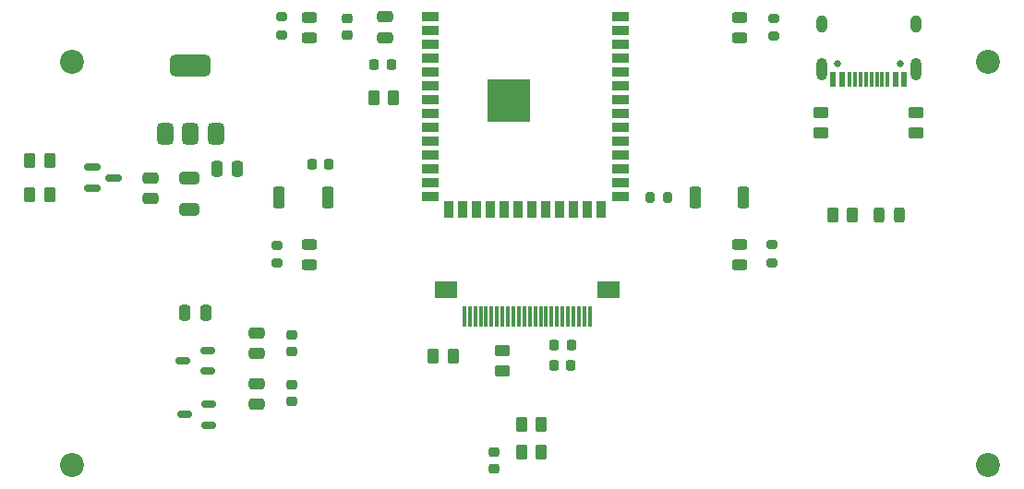
<source format=gbr>
%TF.GenerationSoftware,KiCad,Pcbnew,9.0.7*%
%TF.CreationDate,2026-02-16T21:50:05-05:00*%
%TF.ProjectId,Primis_FaceTracker,5072696d-6973-45f4-9661-636554726163,rev?*%
%TF.SameCoordinates,Original*%
%TF.FileFunction,Soldermask,Top*%
%TF.FilePolarity,Negative*%
%FSLAX46Y46*%
G04 Gerber Fmt 4.6, Leading zero omitted, Abs format (unit mm)*
G04 Created by KiCad (PCBNEW 9.0.7) date 2026-02-16 21:50:05*
%MOMM*%
%LPD*%
G01*
G04 APERTURE LIST*
G04 Aperture macros list*
%AMRoundRect*
0 Rectangle with rounded corners*
0 $1 Rounding radius*
0 $2 $3 $4 $5 $6 $7 $8 $9 X,Y pos of 4 corners*
0 Add a 4 corners polygon primitive as box body*
4,1,4,$2,$3,$4,$5,$6,$7,$8,$9,$2,$3,0*
0 Add four circle primitives for the rounded corners*
1,1,$1+$1,$2,$3*
1,1,$1+$1,$4,$5*
1,1,$1+$1,$6,$7*
1,1,$1+$1,$8,$9*
0 Add four rect primitives between the rounded corners*
20,1,$1+$1,$2,$3,$4,$5,0*
20,1,$1+$1,$4,$5,$6,$7,0*
20,1,$1+$1,$6,$7,$8,$9,0*
20,1,$1+$1,$8,$9,$2,$3,0*%
G04 Aperture macros list end*
%ADD10RoundRect,0.250000X-0.262500X-0.450000X0.262500X-0.450000X0.262500X0.450000X-0.262500X0.450000X0*%
%ADD11RoundRect,0.250000X0.262500X0.450000X-0.262500X0.450000X-0.262500X-0.450000X0.262500X-0.450000X0*%
%ADD12C,0.650000*%
%ADD13R,0.600000X1.450000*%
%ADD14R,0.300000X1.450000*%
%ADD15O,1.000000X2.100000*%
%ADD16O,1.000000X1.600000*%
%ADD17RoundRect,0.225000X0.250000X-0.225000X0.250000X0.225000X-0.250000X0.225000X-0.250000X-0.225000X0*%
%ADD18RoundRect,0.250000X-0.650000X0.325000X-0.650000X-0.325000X0.650000X-0.325000X0.650000X0.325000X0*%
%ADD19RoundRect,0.243750X0.456250X-0.243750X0.456250X0.243750X-0.456250X0.243750X-0.456250X-0.243750X0*%
%ADD20C,2.200000*%
%ADD21RoundRect,0.250000X-0.250000X-0.475000X0.250000X-0.475000X0.250000X0.475000X-0.250000X0.475000X0*%
%ADD22RoundRect,0.375000X0.375000X-0.625000X0.375000X0.625000X-0.375000X0.625000X-0.375000X-0.625000X0*%
%ADD23RoundRect,0.500000X1.400000X-0.500000X1.400000X0.500000X-1.400000X0.500000X-1.400000X-0.500000X0*%
%ADD24RoundRect,0.200000X-0.275000X0.200000X-0.275000X-0.200000X0.275000X-0.200000X0.275000X0.200000X0*%
%ADD25RoundRect,0.200000X-0.200000X-0.275000X0.200000X-0.275000X0.200000X0.275000X-0.200000X0.275000X0*%
%ADD26RoundRect,0.225000X-0.225000X-0.250000X0.225000X-0.250000X0.225000X0.250000X-0.225000X0.250000X0*%
%ADD27RoundRect,0.150000X0.512500X0.150000X-0.512500X0.150000X-0.512500X-0.150000X0.512500X-0.150000X0*%
%ADD28RoundRect,0.250000X0.275000X0.750000X-0.275000X0.750000X-0.275000X-0.750000X0.275000X-0.750000X0*%
%ADD29RoundRect,0.243750X0.243750X0.456250X-0.243750X0.456250X-0.243750X-0.456250X0.243750X-0.456250X0*%
%ADD30R,1.500000X0.900000*%
%ADD31R,0.900000X1.500000*%
%ADD32C,0.600000*%
%ADD33R,3.900000X3.900000*%
%ADD34RoundRect,0.150000X-0.587500X-0.150000X0.587500X-0.150000X0.587500X0.150000X-0.587500X0.150000X0*%
%ADD35RoundRect,0.250000X-0.475000X0.250000X-0.475000X-0.250000X0.475000X-0.250000X0.475000X0.250000X0*%
%ADD36RoundRect,0.250000X0.450000X-0.262500X0.450000X0.262500X-0.450000X0.262500X-0.450000X-0.262500X0*%
%ADD37RoundRect,0.250000X-0.275000X-0.750000X0.275000X-0.750000X0.275000X0.750000X-0.275000X0.750000X0*%
%ADD38RoundRect,0.250000X-0.450000X0.262500X-0.450000X-0.262500X0.450000X-0.262500X0.450000X0.262500X0*%
%ADD39RoundRect,0.250000X0.475000X-0.250000X0.475000X0.250000X-0.475000X0.250000X-0.475000X-0.250000X0*%
%ADD40RoundRect,0.050800X-0.150000X-0.900000X0.150000X-0.900000X0.150000X0.900000X-0.150000X0.900000X0*%
%ADD41RoundRect,0.050800X1.000000X-0.750000X1.000000X0.750000X-1.000000X0.750000X-1.000000X-0.750000X0*%
%ADD42RoundRect,0.225000X-0.250000X0.225000X-0.250000X-0.225000X0.250000X-0.225000X0.250000X0.225000X0*%
%ADD43RoundRect,0.225000X0.225000X0.250000X-0.225000X0.250000X-0.225000X-0.250000X0.225000X-0.250000X0*%
G04 APERTURE END LIST*
D10*
%TO.C,R13*%
X154175000Y-107000000D03*
X156000000Y-107000000D03*
%TD*%
D11*
%TO.C,R8*%
X150500000Y-83250000D03*
X148675000Y-83250000D03*
%TD*%
D12*
%TO.C,J1*%
X196960000Y-80150000D03*
X191180000Y-80150000D03*
D13*
X197320000Y-81595000D03*
X196520000Y-81595000D03*
D14*
X195320000Y-81595000D03*
X194320000Y-81595000D03*
X193820000Y-81595000D03*
X192820000Y-81595000D03*
D13*
X191620000Y-81595000D03*
X190820000Y-81595000D03*
X190820000Y-81595000D03*
X191620000Y-81595000D03*
D14*
X192320000Y-81595000D03*
X193320000Y-81595000D03*
X194820000Y-81595000D03*
X195820000Y-81595000D03*
D13*
X196520000Y-81595000D03*
X197320000Y-81595000D03*
D15*
X198390000Y-80680000D03*
D16*
X198390000Y-76500000D03*
D15*
X189750000Y-80680000D03*
D16*
X189750000Y-76500000D03*
%TD*%
D17*
%TO.C,C11*%
X141200000Y-111150000D03*
X141200000Y-109600000D03*
%TD*%
D18*
%TO.C,C5*%
X131800000Y-90600000D03*
X131800000Y-93550000D03*
%TD*%
D10*
%TO.C,R10*%
X117175000Y-92200000D03*
X119000000Y-92200000D03*
%TD*%
D19*
%TO.C,D2*%
X182250000Y-77750000D03*
X182250000Y-75875000D03*
%TD*%
D20*
%TO.C,H4*%
X205000000Y-117000000D03*
%TD*%
D11*
%TO.C,R12*%
X164075000Y-113250000D03*
X162250000Y-113250000D03*
%TD*%
D21*
%TO.C,C8*%
X131400000Y-103000000D03*
X133300000Y-103000000D03*
%TD*%
D22*
%TO.C,U2*%
X129600000Y-86600000D03*
X131900000Y-86600000D03*
D23*
X131900000Y-80300000D03*
D22*
X134200000Y-86600000D03*
%TD*%
D19*
%TO.C,D4*%
X142750000Y-98600000D03*
X142750000Y-96725000D03*
%TD*%
D24*
%TO.C,R2*%
X140250000Y-75850000D03*
X140250000Y-77500000D03*
%TD*%
D25*
%TO.C,R9*%
X174000000Y-92400000D03*
X175650000Y-92400000D03*
%TD*%
D26*
%TO.C,C14*%
X165200000Y-107800000D03*
X166750000Y-107800000D03*
%TD*%
D27*
%TO.C,U3*%
X133462500Y-108350000D03*
X133462500Y-106450000D03*
X131187500Y-107400000D03*
%TD*%
D17*
%TO.C,C12*%
X141200000Y-106550000D03*
X141200000Y-105000000D03*
%TD*%
D28*
%TO.C,Reset*%
X144450000Y-92400000D03*
X140000000Y-92400000D03*
%TD*%
D17*
%TO.C,C3*%
X146250000Y-77500000D03*
X146250000Y-75950000D03*
%TD*%
D29*
%TO.C,D5*%
X196875000Y-94000000D03*
X195000000Y-94000000D03*
%TD*%
D30*
%TO.C,U1*%
X153842500Y-75785000D03*
X153842500Y-77055000D03*
X153842500Y-78325000D03*
X153842500Y-79595000D03*
X153842500Y-80865000D03*
X153842500Y-82135000D03*
X153842500Y-83405000D03*
X153842500Y-84675000D03*
X153842500Y-85945000D03*
X153842500Y-87215000D03*
X153842500Y-88485000D03*
X153842500Y-89755000D03*
X153842500Y-91025000D03*
X153842500Y-92295000D03*
D31*
X155607500Y-93545000D03*
X156877500Y-93545000D03*
X158147500Y-93545000D03*
X159417500Y-93545000D03*
X160687500Y-93545000D03*
X161957500Y-93545000D03*
X163227500Y-93545000D03*
X164497500Y-93545000D03*
X165767500Y-93545000D03*
X167037500Y-93545000D03*
X168307500Y-93545000D03*
X169577500Y-93545000D03*
D30*
X171342500Y-92295000D03*
X171342500Y-91025000D03*
X171342500Y-89755000D03*
X171342500Y-88485000D03*
X171342500Y-87215000D03*
X171342500Y-85945000D03*
X171342500Y-84675000D03*
X171342500Y-83405000D03*
X171342500Y-82135000D03*
X171342500Y-80865000D03*
X171342500Y-79595000D03*
X171342500Y-78325000D03*
X171342500Y-77055000D03*
X171342500Y-75785000D03*
D32*
X159692500Y-82805000D03*
X159692500Y-84205000D03*
X160392500Y-82105000D03*
X160392500Y-83505000D03*
X160392500Y-84905000D03*
X161092500Y-82805000D03*
D33*
X161092500Y-83505000D03*
D32*
X161092500Y-84205000D03*
X161792500Y-82105000D03*
X161792500Y-83505000D03*
X161792500Y-84905000D03*
X162492500Y-82805000D03*
X162492500Y-84205000D03*
%TD*%
D34*
%TO.C,Q1*%
X122925000Y-89650000D03*
X122925000Y-91550000D03*
X124800000Y-90600000D03*
%TD*%
D35*
%TO.C,C1*%
X128200000Y-90600000D03*
X128200000Y-92500000D03*
%TD*%
D36*
%TO.C,R6*%
X198430000Y-86475000D03*
X198430000Y-84650000D03*
%TD*%
D37*
%TO.C,Boot*%
X178150000Y-92400000D03*
X182600000Y-92400000D03*
%TD*%
D19*
%TO.C,D1*%
X142750000Y-77750000D03*
X142750000Y-75875000D03*
%TD*%
D11*
%TO.C,R15*%
X164075000Y-115750000D03*
X162250000Y-115750000D03*
%TD*%
D27*
%TO.C,U5*%
X133600000Y-113300000D03*
X133600000Y-111400000D03*
X131325000Y-112350000D03*
%TD*%
D20*
%TO.C,H2*%
X121000000Y-80000000D03*
%TD*%
D38*
%TO.C,R14*%
X160500000Y-106500000D03*
X160500000Y-108325000D03*
%TD*%
D39*
%TO.C,C2*%
X149750000Y-77750000D03*
X149750000Y-75850000D03*
%TD*%
D24*
%TO.C,R3*%
X185400000Y-75950000D03*
X185400000Y-77600000D03*
%TD*%
D26*
%TO.C,C15*%
X165250000Y-106000000D03*
X166800000Y-106000000D03*
%TD*%
%TO.C,C7*%
X143050000Y-89400000D03*
X144600000Y-89400000D03*
%TD*%
D21*
%TO.C,C4*%
X134300000Y-89800000D03*
X136200000Y-89800000D03*
%TD*%
D19*
%TO.C,D3*%
X182250000Y-98600000D03*
X182250000Y-96725000D03*
%TD*%
D40*
%TO.C,CN2*%
X157000100Y-103318400D03*
X157499900Y-103318400D03*
X158000100Y-103318400D03*
X158499900Y-103318400D03*
X159000100Y-103318400D03*
X159499900Y-103318400D03*
X160000100Y-103318400D03*
X160499900Y-103318400D03*
X161000100Y-103318400D03*
X161499900Y-103318400D03*
X162000100Y-103318400D03*
X162499900Y-103318400D03*
X162999800Y-103318400D03*
X163499900Y-103318400D03*
X163999800Y-103318400D03*
X164499900Y-103318400D03*
X164999800Y-103318400D03*
X165499900Y-103318400D03*
X165999800Y-103318400D03*
X166499900Y-103318400D03*
X166999800Y-103318400D03*
X167499900Y-103318400D03*
X167999800Y-103318400D03*
X168499900Y-103318400D03*
D41*
X170199900Y-100868600D03*
X155300100Y-100868600D03*
%TD*%
D11*
%TO.C,R1*%
X119000000Y-89000000D03*
X117175000Y-89000000D03*
%TD*%
D24*
%TO.C,R4*%
X185200000Y-96775000D03*
X185200000Y-98425000D03*
%TD*%
D11*
%TO.C,R11*%
X192600000Y-94000000D03*
X190775000Y-94000000D03*
%TD*%
D42*
%TO.C,C13*%
X159750000Y-115750000D03*
X159750000Y-117300000D03*
%TD*%
D20*
%TO.C,H1*%
X205000000Y-80000000D03*
%TD*%
D39*
%TO.C,C10*%
X138000000Y-106750000D03*
X138000000Y-104850000D03*
%TD*%
%TO.C,C9*%
X138000000Y-111400000D03*
X138000000Y-109500000D03*
%TD*%
D36*
%TO.C,R7*%
X189680000Y-86475000D03*
X189680000Y-84650000D03*
%TD*%
D24*
%TO.C,R5*%
X139800000Y-96800000D03*
X139800000Y-98450000D03*
%TD*%
D43*
%TO.C,C6*%
X150300000Y-80250000D03*
X148750000Y-80250000D03*
%TD*%
D20*
%TO.C,H3*%
X121000000Y-117000000D03*
%TD*%
M02*

</source>
